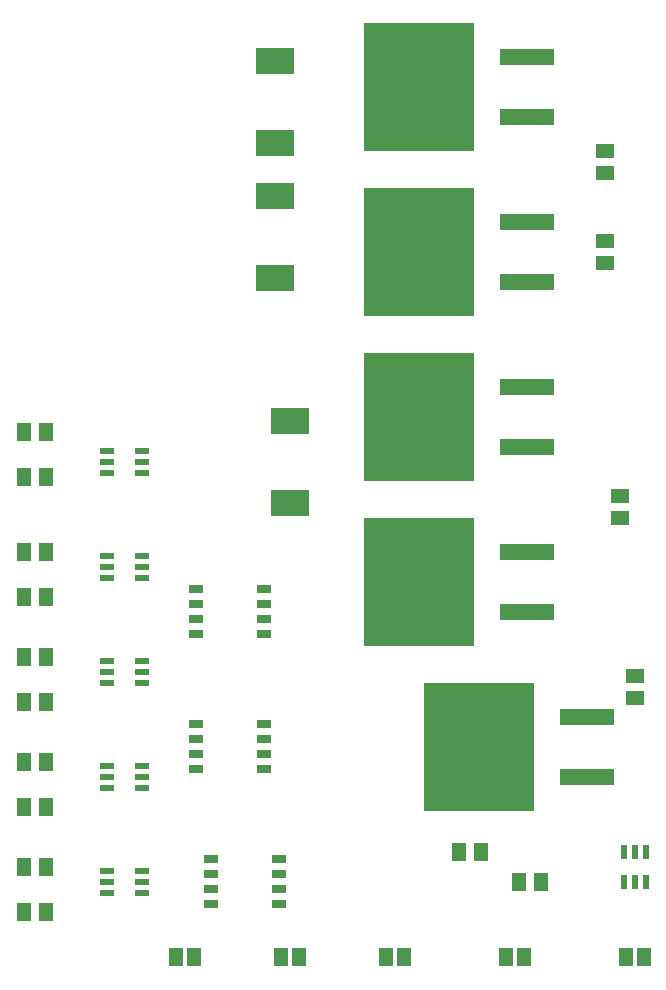
<source format=gbr>
G04 EAGLE Gerber RS-274X export*
G75*
%MOMM*%
%FSLAX34Y34*%
%LPD*%
%INSolderpaste Top*%
%IPPOS*%
%AMOC8*
5,1,8,0,0,1.08239X$1,22.5*%
G01*
%ADD10R,4.600000X1.350000*%
%ADD11R,9.400000X10.800000*%
%ADD12R,1.500000X1.300000*%
%ADD13R,1.300000X1.500000*%
%ADD14R,0.600000X1.250000*%
%ADD15R,1.181100X0.609600*%
%ADD16R,1.168400X1.600200*%
%ADD17R,1.212000X0.700000*%
%ADD18R,3.180000X2.250000*%


D10*
X620300Y787400D03*
X620300Y838200D03*
D11*
X528800Y812800D03*
D10*
X620300Y368300D03*
X620300Y419100D03*
D11*
X528800Y393700D03*
D10*
X620300Y647700D03*
X620300Y698500D03*
D11*
X528800Y673100D03*
D12*
X685800Y739800D03*
X685800Y758800D03*
X685800Y682600D03*
X685800Y663600D03*
D13*
X193700Y520700D03*
X212700Y520700D03*
D14*
X701700Y139900D03*
X711200Y139900D03*
X720700Y139900D03*
X720700Y164900D03*
X711200Y164900D03*
X701700Y164900D03*
D10*
X620300Y508000D03*
X620300Y558800D03*
D11*
X528800Y533400D03*
D12*
X698500Y466700D03*
X698500Y447700D03*
X711200Y314300D03*
X711200Y295300D03*
D10*
X671100Y228600D03*
X671100Y279400D03*
D11*
X579600Y254000D03*
D13*
X612800Y139700D03*
X631800Y139700D03*
X581000Y165100D03*
X562000Y165100D03*
D15*
X264732Y504800D03*
X264732Y495300D03*
X264732Y485800D03*
X294069Y485800D03*
X294069Y495300D03*
X294069Y504800D03*
X264732Y415900D03*
X264732Y406400D03*
X264732Y396900D03*
X294069Y396900D03*
X294069Y406400D03*
X294069Y415900D03*
D13*
X193700Y482600D03*
X212700Y482600D03*
X193700Y419100D03*
X212700Y419100D03*
X193700Y381000D03*
X212700Y381000D03*
D16*
X703580Y76200D03*
X718820Y76200D03*
X617220Y76200D03*
X601980Y76200D03*
D15*
X264732Y327000D03*
X264732Y317500D03*
X264732Y308000D03*
X294069Y308000D03*
X294069Y317500D03*
X294069Y327000D03*
X264732Y238100D03*
X264732Y228600D03*
X264732Y219100D03*
X294069Y219100D03*
X294069Y228600D03*
X294069Y238100D03*
D13*
X193700Y330200D03*
X212700Y330200D03*
X193700Y241300D03*
X212700Y241300D03*
X193700Y203200D03*
X212700Y203200D03*
X193700Y292100D03*
X212700Y292100D03*
D16*
X426720Y76200D03*
X411480Y76200D03*
X500380Y76200D03*
X515620Y76200D03*
D15*
X264732Y149200D03*
X264732Y139700D03*
X264732Y130200D03*
X294069Y130200D03*
X294069Y139700D03*
X294069Y149200D03*
D13*
X193700Y114300D03*
X212700Y114300D03*
X193700Y152400D03*
X212700Y152400D03*
D16*
X322580Y76200D03*
X337820Y76200D03*
D17*
X339360Y387350D03*
X339360Y374650D03*
X339360Y361950D03*
X339360Y349250D03*
X397240Y349250D03*
X397240Y361950D03*
X397240Y374650D03*
X397240Y387350D03*
X339360Y273050D03*
X339360Y260350D03*
X339360Y247650D03*
X339360Y234950D03*
X397240Y234950D03*
X397240Y247650D03*
X397240Y260350D03*
X397240Y273050D03*
X352060Y158750D03*
X352060Y146050D03*
X352060Y133350D03*
X352060Y120650D03*
X409940Y120650D03*
X409940Y133350D03*
X409940Y146050D03*
X409940Y158750D03*
D18*
X406400Y834650D03*
X406400Y765550D03*
X406400Y720350D03*
X406400Y651250D03*
X419100Y529850D03*
X419100Y460750D03*
M02*

</source>
